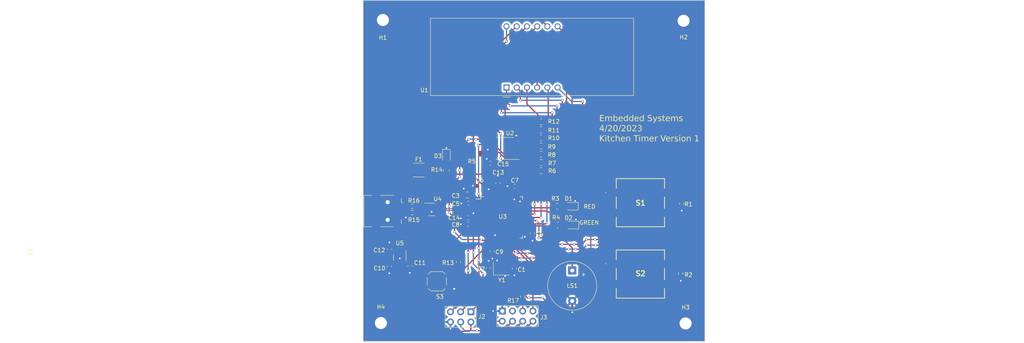
<source format=kicad_pcb>
(kicad_pcb (version 20221018) (generator pcbnew)
  (layers (0 "F.Cu" signal) (31 "B.Cu" signal) (34 "B.Paste" user) (35 "F.Paste" user) (36 "B.SilkS" user "B.Silkscreen") (37 "F.SilkS" user "F.Silkscreen") (38 "B.Mask" user) (39 "F.Mask" user) (44 "Edge.Cuts" user))
  (net 0 "")
  (net 1 "XATL1")
  (net 2 "GND")
  (net 3 "XATL2")
  (net 4 "+5V")
  (net 5 "Net-(U5-BP)")
  (net 6 "+3.3V")
  (net 7 "/AREF")
  (net 8 "/UCAP")
  (net 9 "Net-(D1-A)")
  (net 10 "Net-(D2-A)")
  (net 11 "Net-(D3-A)")
  (net 12 "Net-(J1-VBUS)")
  (net 13 "Net-(J1-D-)")
  (net 14 "Net-(J1-D+)")
  (net 17 "MISO")
  (net 18 "SCK")
  (net 19 "MOSI")
  (net 20 "RST")
  (net 21 "TX")
  (net 23 "Net-(J3-Pin_5)")
  (net 24 "RX")
  (net 25 "Buzzer")
  (net 26 "Button_1")
  (net 27 "Button_2")
  (net 28 "RED_LED")
  (net 29 "GREEN_LED")
  (net 30 "a")
  (net 31 "Net-(U1-a)")
  (net 32 "b")
  (net 33 "Net-(U1-b)")
  (net 34 "c")
  (net 35 "Net-(U1-c)")
  (net 36 "d")
  (net 37 "Net-(U1-d)")
  (net 38 "e")
  (net 39 "Net-(U1-e)")
  (net 40 "f")
  (net 41 "Net-(U1-f)")
  (net 42 "g")
  (net 43 "Net-(U1-g)")
  (net 44 "dp")
  (net 45 "Net-(U1-DPX)")
  (net 46 "USB_CONN_D+")
  (net 47 "USB_CONN_D-")
  (net 50 "Dig4")
  (net 51 "Dig3")
  (net 52 "Dig2")
  (net 53 "Dig1")
  (net 55 "SH_CP")
  (net 56 "ST_CP")
  (net 57 "DS")
  (net 58 "USB_D-")
  (net 59 "USB_D+")
  (footprint "Capacitor_SMD:C_0603_1608Metric" (layer "F.Cu") (at 113.5 108.3 -90)
    (fp_text reference "C10")
    (fp_text value "10nF")
  )
  (footprint "Connector_PinSocket_2.54mm:PinSocket_2x04_P2.54mm_Vertical" (layer "F.Cu") (at 141.6 119.41 90)
    (fp_text reference "J3")
    (fp_text value "ESP_Conn")
  )
  (footprint "Capacitor_SMD:C_0603_1608Metric" (layer "F.Cu") (at 144.7 88.3 180)
    (fp_text reference "C7")
    (fp_text value "0.1uF")
  )
  (footprint "Resistor_SMD:R_0603_1608Metric" (layer "F.Cu") (at 186.19 92.68 -90)
    (fp_text reference "R1")
    (fp_text value "10k")
  )
  (footprint "Resistor_SMD:R_0603_1608Metric" (layer "F.Cu") (at 119.2 94.9)
    (fp_text reference "R15")
    (fp_text value "22")
  )
  (footprint "Buzzer_Beeper:Buzzer_12x9.5RM7.6" (layer "F.Cu") (at 159 109.3 -90)
    (fp_text reference "LS1")
    (fp_text value "Speaker")
  )
  (footprint "Capacitor_SMD:C_0603_1608Metric" (layer "F.Cu") (at 144.6 108.85 -90)
    (fp_text reference "C1")
    (fp_text value "22pF")
  )
  (footprint "Connector_USB:USB_Mini-B_Lumberg_2486_01_Horizontal" (layer "F.Cu") (at 113.075 94.5 -90)
    (fp_text reference "J1")
    (fp_text value "USB_B_Mini")
  )
  (footprint "Resistor_SMD:R_0805_2012Metric" (layer "F.Cu") (at 151.25 76.25)
    (fp_text reference "R10")
    (fp_text value "100")
  )
  (footprint "Capacitor_SMD:C_0805_2012Metric" (layer "F.Cu") (at 132.9 90.5 180)
    (fp_text reference "C3")
    (fp_text value "10uF")
  )
  (footprint "Resistor_SMD:R_0603_1608Metric" (layer "F.Cu") (at 146.7 115.8 -90)
    (fp_text reference "R17")
    (fp_text value "10k")
  )
  (footprint "PTS526_SMD_Button:PTS526_SMD_Button" (layer "F.Cu") (at 125.3 112 180)
    (fp_text reference "S3")
    (fp_text value "PTS526_SM08_SMTR2_LFS")
  )
  (footprint "Capacitor_SMD:C_0603_1608Metric" (layer "F.Cu") (at 133.13 96.2 180)
    (fp_text reference "C14")
    (fp_text value "0.1uF")
  )
  (footprint "Package_TO_SOT_SMD:SOT-23-5" (layer "F.Cu") (at 116.1 106.1 -90)
    (fp_text reference "U5")
    (fp_text value "LP2985-3.3")
  )
  (footprint "Resistor_SMD:R_0805_2012Metric" (layer "F.Cu") (at 151.25 84.45)
    (fp_text reference "R6")
    (fp_text value "100")
  )
  (footprint "Resistor_SMD:R_0805_2012Metric" (layer "F.Cu") (at 151.25 74.25)
    (fp_text reference "R11")
    (fp_text value "100")
  )
  (footprint "PTS125_SMD_Button:PTS125_SMD_Button" (layer "F.Cu") (at 175.95 110.2)
    (fp_text reference "S2")
    (fp_text value "PTS125SM43SMTR21M_LFS" hide)
  )
  (footprint "PTS125_SMD_Button:PTS125_SMD_Button" (layer "F.Cu") (at 175.95 92.42)
    (fp_text reference "S1")
    (fp_text value "PTS125SM43SMTR21M_LFS" hide)
  )
  (footprint "Package_QFP:TQFP-44_10x10mm_P0.8mm" (layer "F.Cu") (at 141.45 96.1)
    (fp_text reference "U3")
    (fp_text value "ATmega32U4-A")
  )
  (footprint "Package_TO_SOT_SMD:SOT-23-6" (layer "F.Cu") (at 124.05 94.1)
    (fp_text reference "U4")
    (fp_text value "USBLC6-2SC6")
  )
  (footprint "MountingHole:MountingHole_3mm" (layer "F.Cu") (at 187.2 122.5)
    (fp_text reference "H3")
    (fp_text value "MountingHole")
  )
  (footprint "Capacitor_SMD:C_0603_1608Metric" (layer "F.Cu") (at 118.65 108.175 -90)
    (fp_text reference "C11")
    (fp_text value "2.2uF")
  )
  (footprint "Capacitor_SMD:C_0603_1608Metric" (layer "F.Cu") (at 149.1 100.1 -90)
    (fp_text reference "C4")
    (fp_text value "0.1uF")
  )
  (footprint "Crystal:Crystal_SMD_Abracon_ABM8G-4Pin_3.2x2.5mm" (layer "F.Cu") (at 141.4 108.8)
    (fp_text reference "Y1")
    (fp_text value "16kHz")
  )
  (footprint "Resistor_SMD:R_0805_2012Metric" (layer "F.Cu") (at 151.25 78.3)
    (fp_text reference "R9")
    (fp_text value "100")
  )
  (footprint "Display_7Segment:CA56-12EWA" (layer "F.Cu") (at 142.65 63.7275 90)
    (fp_text reference "U1")
    (fp_text value "CA56-12EWA")
  )
  (footprint "Capacitor_SMD:C_0603_1608Metric" (layer "F.Cu") (at 139.1 104.525 -90)
    (fp_text reference "C9")
    (fp_text value "0.1uF")
  )
  (footprint "Capacitor_SMD:C_0603_1608Metric" (layer "F.Cu") (at 140.53 87.54 90)
    (fp_text reference "C13")
    (fp_text value "1uF")
  )
  (footprint "LED_SMD:LED_0805_2012Metric" (layer "F.Cu") (at 158.8 93.3 180)
    (fp_text reference "D1")
    (fp_text value "LED")
  )
  (footprint "Capacitor_SMD:C_0603_1608Metric" (layer "F.Cu") (at 138.6 82.6 180)
    (fp_text reference "C15")
    (fp_text value "0.1uF")
  )
  (footprint "Resistor_SMD:R_0805_2012Metric" (layer "F.Cu") (at 155.3875 98)
    (fp_text reference "R4")
    (fp_text value "330")
  )
  (footprint "MountingHole:MountingHole_3mm" (layer "F.Cu") (at 111.9 46.9)
    (fp_text reference "H1")
    (fp_text value "MountingHole")
  )
  (footprint "Resistor_SMD:R_0805_2012Metric" (layer "F.Cu") (at 151.25 82.4)
    (fp_text reference "R7")
    (fp_text value "100")
  )
  (footprint "Capacitor_SMD:C_0603_1608Metric" (layer "F.Cu") (at 136.13 88.24 180)
    (fp_text reference "C6")
    (fp_text value "0.1uF")
  )
  (footprint "Capacitor_SMD:C_0603_1608Metric" (layer "F.Cu") (at 133.125 97.8 180)
    (fp_text reference "C8")
    (fp_text value "0.1uF")
  )
  (footprint "LED_SMD:LED_0805_2012Metric" (layer "F.Cu") (at 127.7 80.85 -90)
    (fp_text reference "D3")
    (fp_text value "LED")
  )
  (footprint "Connector_PinHeader_2.54mm:PinHeader_2x03_P2.54mm_Vertical" (layer "F.Cu") (at 133.79 119.6 -90)
    (fp_text reference "J2")
    (fp_text value "AVR-ISP-6")
  )
  (footprint "Fuse:Fuse_1812_4532Metric" (layer "F.Cu") (at 120.8 84.3)
    (fp_text reference "F1")
    (fp_text value "PTCSMP")
  )
  (footprint "LED_SMD:LED_0805_2012Metric" (layer "F.Cu") (at 158.9375 98 180)
    (fp_text reference "D2")
    (fp_text value "LED")
  )
  (footprint "Resistor_SMD:R_0603_1608Metric" (layer "F.Cu") (at 119.2 93.3)
    (fp_text reference "R16")
    (fp_text value "22")
  )
  (footprint "Capacitor_SMD:C_0603_1608Metric" (layer "F.Cu") (at 133.15 92.55 180)
    (fp_text reference "C5")
    (fp_text value "0.1uF")
  )
  (footprint "Capacitor_SMD:C_0603_1608Metric" (layer "F.Cu") (at 113.55 104 90)
    (fp_text reference "C12")
    (fp_text value "1uF")
  )
  (footprint "Resistor_SMD:R_0805_2012Metric" (layer "F.Cu") (at 135.3 80.2 180)
    (fp_text reference "R5")
    (fp_text value "100")
  )
  (footprint "MountingHole:MountingHole_3mm" (layer "F.Cu") (at 111.4 122.4)
    (fp_text reference "H4")
    (fp_text value "MountingHole")
  )
  (footprint "Resistor_SMD:R_0805_2012Metric" (layer "F.Cu") (at 151.25 80.35)
    (fp_text reference "R8")
    (fp_text value "100")
  )
  (footprint "Package_SO:TSSOP-16_4.4x5mm_P0.65mm" (layer "F.Cu") (at 142.25 78.9 180)
    (fp_text reference "U2")
    (fp_text value "74HC595")
  )
  (footprint "Resistor_SMD:R_0805_2012Metric" (layer "F.Cu") (at 155.25 93.3)
    (fp_text reference "R3")
    (fp_text value "330")
  )
  (footprint "Resistor_SMD:R_0603_1608Metric" (layer "F.Cu") (at 185.99 110.08 -90)
    (fp_text reference "R2")
    (fp_text value "10k")
  )
  (footprint "MountingHole:MountingHole_3mm" (layer "F.Cu") (at 186.7 47.1)
    (fp_text reference "H2")
    (fp_text value "MountingHole")
  )
  (footprint "Resistor_SMD:R_0805_2012Metric" (layer "F.Cu") (at 151.25 72.25)
    (fp_text reference "R12")
    (fp_text value "100")
  )
  (footprint "Resistor_SMD:R_0603_1608Metric" (layer "F.Cu") (at 130.7 107.2 -90)
    (fp_text reference "R13")
    (fp_text value "10k")
  )
  (footprint "Capacitor_SMD:C_0603_1608Metric" (layer "F.Cu") (at 138.15 108.7 90)
    (fp_text reference "C2")
    (fp_text value "22pF")
  )
  (footprint "Resistor_SMD:R_0805_2012Metric" (layer "F.Cu") (at 127.7 84.4 90)
    (fp_text reference "R14")
    (fp_text value "330")
  )
  (gr_rect (start 107 42) (end 192 127) (stroke (width 0.15)) (fill none) (layer "Edge.Cuts"))
  (gr_text "Embedded Systems\n4/20/2023\nKitchen Timer Version 1" (at 165.7 77.4) (layer "F.SilkS") (effects (font (size 1.5 1.5)) (justify left bottom)))
  (segment (start 142.5 106.3) (end 141.45 105.25) (width 0.2032) (layer "F.Cu") (net 1))
  (segment (start 142.5 107.95) (end 142.5 106.3) (width 0.2032) (layer "F.Cu") (net 1))
  (segment (start 141.45 105.25) (end 141.45 101.8) (width 0.2032) (layer "F.Cu") (net 1))
  (segment (start 144.6 108.075) (end 144.475 107.95) (width 0.2032) (layer "F.Cu") (net 1))
  (segment (start 144.475 107.95) (end 142.5 107.95) (width 0.2032) (layer "F.Cu") (net 1))
  (segment (start 118.65 109.85) (end 118.6 109.9) (width 0.508) (layer "F.Cu") (net 2))
  (segment (start 147.2 100.9) (end 147.2 100.15) (width 0.508) (layer "F.Cu") (net 2))
  (segment (start 138.025 79.225) (end 138 79.2) (width 0.3048) (layer "F.Cu") (net 2))
  (segment (start 145.1 76.6125) (end 145.1085 76.621) (width 0.508) (layer "F.Cu") (net 2))
  (segment (start 117.6 96.1) (end 115.775 96.1) (width 0.508) (layer "F.Cu") (net 2))
  (segment (start 186.19 94.33) (end 186.24 94.38) (width 0.508) (layer "F.Cu") (net 2))
  (segment (start 116.1 104.9625) (end 116.1 106.3) (width 0.508) (layer "F.Cu") (net 2))
  (segment (start 129.5625 113.9) (end 128.35 113.9) (width 0.508) (layer "F.Cu") (net 2))
  (segment (start 138.15 106.95) (end 138.2 106.9) (width 0.508) (layer "F.Cu") (net 2))
  (segment (start 138.2 89.1) (end 138.2 90.35) (width 0.508) (layer "F.Cu") (net 2))
  (segment (start 131.4 92.6) (end 132.325 92.6) (width 0.508) (layer "F.Cu") (net 2))
  (segment (start 124.029 94.677175) (end 124.038451 94.686626) (width 0.508) (layer "F.Cu") (net 2))
  (segment (start 139.3875 79.225) (end 138.025 79.225) (width 0.3048) (layer "F.Cu") (net 2))
  (segment (start 134.34 88.24) (end 134.3 88.2) (width 0.508) (layer "F.Cu") (net 2))
  (segment (start 137.8 82.6) (end 137.8 81.6) (width 0.508) (layer "F.Cu") (net 2))
  (segment (start 113.5 109.075) (end 113.5 110) (width 0.508) (layer "F.Cu") (net 2))
  (segment (start 140.3 107.95) (end 140.3 106.8) (width 0.508) (layer "F.Cu") (net 2))
  (segment (start 144.65 91.55) (end 144.6 91.6) (width 0.508) (layer "F.Cu") (net 2))
  (segment (start 142.5 109.65) (end 142.5 110.5) (width 0.508) (layer "F.Cu") (net 2))
  (segment (start 137.825 82.6) (end 137.8 82.6) (width 0.508) (layer "F.Cu") (net 2))
  (segment (start 132.355 96.2) (end 131.4 96.2) (width 0.508) (layer "F.Cu") (net 2))
  (segment (start 128.35 113.9) (end 128.3 113.85) (width 0.508) (layer "F.Cu") (net 2))
  (segment (start 145.1085 76.621) (end 145.1125 76.621) (width 0.508) (layer "F.Cu") (net 2))
  (segment (start 137.8 81.6) (end 137.7 81.5) (width 0.508) (layer "F.Cu") (net 2))
  (segment (start 134.644731 95.3) (end 134.400684 95.055953) (width 0.508) (layer "F.Cu") (net 2))
  (segment (start 127.7 78.8) (end 127.7 79.9125) (width 0.508) (layer "F.Cu") (net 2))
  (segment (start 144.65 90.4) (end 144.65 91.55) (width 0.508) (layer "F.Cu") (net 2))
  (segment (start 122.9125 94.1) (end 123.479185 94.1) (width 0.508) (layer "F.Cu") (net 2))
  (segment (start 138.15 107.925) (end 138.15 106.95) (width 0.508) (layer "F.Cu") (net 2))
  (segment (start 141.6 119.41) (end 139.31 119.41) (width 0.508) (layer "F.Cu") (net 2))
  (segment (start 135.355 88.24) (end 134.34 88.24) (width 0.508) (layer "F.Cu") (net 2))
  (segment (start 132.325 92.6) (end 132.375 92.55) (width 0.508) (layer "F.Cu") (net 2))
  (segment (start 128.71 123.8) (end 128.71 122.14) (width 0.508) (layer "F.Cu") (net 2))
  (segment (start 124.029 94.649815) (end 124.029 94.677175) (width 0.508) (layer "F.Cu") (net 2))
  (segment (start 159.875 96.625) (end 159.9 96.6) (width 0.508) (layer "F.Cu") (net 2))
  (segment (start 186.19 93.505) (end 186.19 94.33) (width 0.508) (layer "F.Cu") (net 2))
  (segment (start 123.479185 94.1) (end 124.029 94.649815) (width 0.508) (layer "F.Cu") (net 2))
  (segment (start 135.75 95.3) (end 134.644731 95.3) (width 0.508) (layer "F.Cu") (net 2))
  (segment (start 131.4 96.2) (end 131.3 96.3) (width 0.508) (layer "F.Cu") (net 2))
  (segment (start 159 116.9) (end 159 119.7) (width 0.508) (layer "F.Cu") (net 2))
  (segment (start 139.8 101.75) (end 139.85 101.8) (width 0.508) (layer "F.Cu") (net 2))
  (segment (start 159.7375 91.9625) (end 159.7375 93.3) (width 0.508) (layer "F.Cu") (net 2))
  (segment (start 140.53 86.765) (end 140.53 85.73) (width 0.508) (layer "F.Cu") (net 2))
  (segment (start 139.13 106.33) (end 139.13 105.015) (width 0.508) (layer "F.Cu") (net 2))
  (segment (start 147.2 100.15) (end 147.15 100.1) (width 0.508) (layer "F.Cu") (net 2))
  (segment (start 143.925 88.3) (end 142.9 88.3) (width 0.508) (layer "F.Cu") (net 2))
  (segment (start 149.1 101.9) (end 149.1 100.875) (width 0.508) (layer "F.Cu") (net 2))
  (segment (start 139.8 100.5) (end 139.8 101.75) (width 0.508) (layer "F.Cu") (net 2))
  (segment (start 139.31 119.41) (end 139.3 119.4) (width 0.508) (layer "F.Cu") (net 2))
  (segment (start 147.15 92.1) (end 146 92.1) (width 0.508) (layer "F.Cu") (net 2))
  (segment (start 144.6 109.625) (end 144.6 110.5) (width 0.508) (layer "F.Cu") (net 2))
  (segment (start 185.99 110.905) (end 185.99 111.88) (width 0.508) (layer "F.Cu") (net 2))
  (segment (start 131.95 88.95) (end 131.95 90.5) (width 0.508) (layer "F.Cu") (net 2))
  (segment (start 159.875 98) (end 159.875 96.625) (width 0.508) (layer "F.Cu") (net 2))
  (segment (start 140.53 85.73) (end 140.5 85.7) (width 0.508) (layer "F.Cu") (net 2))
  (segment (start 138.2 90.35) (end 138.25 90.4) (width 0.508) (layer "F.Cu") (net 2))
  (segment (start 142.5 110.5) (end 142.3 110.7) (width 0.508) (layer "F.Cu") (net 2))
  (segment (start 118.65 108.95) (end 118.65 109.85) (width 0.508) (layer "F.Cu") (net 2))
  (segment (start 132 88.9) (end 131.95 88.95) (width 0.508) (layer "F.Cu") (net 2))
  (segment (start 132.35 97.8) (end 131.3 97.8) (width 0.508) (layer "F.Cu") (net 2))
  (segment (start 113.55 102.35) (end 113.5 102.3) (width 0.508) (layer "F.Cu") (net 2))
  (segment (start 113.55 103.225) (end 113.55 102.35) (width 0.508) (layer "F.Cu") (net 2))
  (segment (start 145.1 75.7) (end 145.1 76.6125) (width 0.508) (layer "F.Cu") (net 2))
  (via (at 131.4 92.6) (size 0.6) (drill 0.4) (layers "F.Cu" "B.Cu") (net 2))
  (via (at 116.1 106.3) (size 0.6) (drill 0.4) (layers "F.Cu" "B.Cu") (net 2))
  (via (at 159.7375 91.9625) (size 0.6) (drill 0.4) (layers "F.Cu" "B.Cu") (net 2))
  (via (at 147.2 100.9) (size 0.6) (drill 0.4) (layers "F.Cu" "B.Cu") (net 2))
  (via (at 137.7 81.5) (size 0.6) (drill 0.4) (layers "F.Cu" "B.Cu") (net 2))
  (via (at 128.71 123.8) (size 0.6) (drill 0.4) (layers "F.Cu" "B.Cu") (net 2))
  (via (at 139.8 100.5) (size 0.6) (drill 0.4) (layers "F.Cu" "B.Cu") (net 2))
  (via (at 138.2 106.9) (size 0.6) (drill 0.4) (layers "F.Cu" "B.Cu") (net 2))
  (via (at 139.3 119.4) (size 0.6) (drill 0.4) (layers "F.Cu" "B.Cu") (net 2))
  (via (at 140.3 106.8) (size 0.6) (drill 0.4) (layers "F.Cu" "B.Cu") (net 2))
  (via (at 140.5 85.7) (size 0.6) (drill 0.4) (layers "F.Cu" "B.Cu") (net 2))
  (via (at 129.5625 113.9) (size 0.6) (drill 0.4) (layers "F.Cu" "B.Cu") (net 2))
  (via (at 131.3 97.8) (size 0.6) (drill 0.4) (layers "F.Cu" "B.Cu") (net 2))
  (via (at 144.6 91.6) (size 0.6) (drill 0.4) (layers "F.Cu" "B.Cu") (net 2))
  (via (at 185.99 111.88) (size 0.6) (drill 0.4) (layers "F.Cu" "B.Cu") (net 2))
  (via (at 149.1 101.9) (size 0.6) (drill 0.4) (layers "F.Cu" "B.Cu") (net 2))
  (via (at 159.9 96.6) (size 0.6) (drill 0.4) (layers "F.Cu" "B.Cu") (net 2))
  (via (at 139.13 106.33) (size 0.6) (drill 0.4) (layers "F.Cu" "B.Cu") (net 2))
  (via (at 142.9 88.3) (size 0.6) (drill 0.4) (layers "F.Cu" "B.Cu") (net 2))
  (via (at 117.6 96.1) (size 0.6) (drill 0.4) (layers "F.Cu" "B.Cu") (net 2))
  (via (at 159 119.7) (size 0.6) (drill 0.4) (layers "F.Cu" "B.Cu") (net 2))
  (via (at 186.24 94.38) (size 0.6) (drill 0.4) (layers "F.Cu" "B.Cu") (net 2))
  (via (at 138 79.2) (size 0.6) (drill 0.4) (layers "F.Cu" "B.Cu") (net 2))
  (via (at 118.6 109.9) (size 0.6) (drill 0.4) (layers "F.Cu" "B.Cu") (net 2))
  (via (at 134.400684 95.055953) (size 0.6) (drill 0.4) (layers "F.Cu" "B.Cu") (net 2))
  (via (at 138.2 89.1) (size 0.6) (drill 0.4) (layers "F.Cu" "B.Cu") (net 2))
  (via (at 144.6 110.5) (size 0.6) (drill 0.4) (layers "F.Cu" "B.Cu") (net 2))
  (via (at 131.3 96.3) (size 0.6) (drill 0.4) (layers "F.Cu" "B.Cu") (net 2))
  (via (at 146 92.1) (size 0.6) (drill 0.4) (layers "F.Cu" "B.Cu") (net 2))
  (via (at 124.038451 94.686626) (size 0.6) (drill 0.4) (layers "F.Cu" "B.Cu") (net 2))
  (via (at 145.1 75.7) (size 0.6) (drill 0.4) (layers "F.Cu" "B.Cu") (net 2))
  (via (at 127.7 78.8) (size 0.6) (drill 0.4) (layers "F.Cu" "B.Cu") (net 2))
  (via (at 113.5 102.3) (size 0.6) (drill 0.4) (layers "F.Cu" "B.Cu") (net 2))
  (via (at 134.3 88.2) (size 0.6) (drill 0.4) (layers "F.Cu" "B.Cu") (net 2))
  (via (at 142.3 110.7) (size 0.6) (drill 0.4) (layers "F.Cu" "B.Cu") (net 2))
  (via (at 132 88.9) (size 0.6) (drill 0.4) (layers "F.Cu" "B.Cu") (net 2))
  (via (at 113.5 110) (size 0.6) (drill 0.4) (layers "F.Cu" "B.Cu") (net 2))
  (segment (start 138.325 109.65) (end 138.15 109.475) (width 0.2032) (layer "F.Cu") (net 3))
  (segment (start 140.65 101.8) (end 140.65 105.45) (width 0.2032) (layer "F.Cu") (net 3))
  (segment (start 141.4 106.2) (end 141.4 109.3) (width 0.2032) (layer "F.Cu") (net 3))
  (segment (start 140.3 109.65) (end 138.325 109.65) (width 0.2032) (layer "F.Cu") (net 3))
  (segment (start 141.4 109.3) (end 141.05 109.65) (width 0.2032) (layer "F.Cu") (net 3))
  (segment (start 141.05 109.65) (end 140.3 109.65) (width 0.2032) (layer "F.Cu") (net 3))
  (segment (start 140.65 105.45) (end 141.4 106.2) (width 0.2032) (layer "F.Cu") (net 3))
  (segment (start 136.8048 96.9) (end 137.45 96.2548) (width 0.3048) (layer "F.Cu") (net 4))
  (segment (start 145.3476 98.7476) (end 137.4976 98.7476) (width 0.3048) (layer "F.Cu") (net 4))
  (segment (start 139.3875 77.275) (end 136.575 77.275) (width 0.3048) (layer "F.Cu") (net 4))
  (segment (start 134.275 92.9) (end 135.75 92.9) (width 0.3048) (layer "F.Cu") (net 4))
  (segment (start 139.375 82.6) (end 136.6625 85.3125) (width 0.3048) (layer "F.Cu") (net 4))
  (segment (start 145.45 90.4) (end 145.3476 90.5024) (width 0.3048) (layer "F.Cu") (net 4))
  (segment (start 124 93.7) (end 124.4 94.1) (width 0.3048) (layer "F.Cu") (net 4))
  (segment (start 137.45 96.2548) (end 137.45 98.7) (width 0.3048) (layer "F.Cu") (net 4))
  (segment (start 145.45 88.55) (end 145.45 90.4) (width 0.3048) (layer "F.Cu") (net 4))
  (segment (start 120.9 104.9625) (end 120.9 119.9) (width 0.3048) (layer "F.Cu") (net 4))
  (segment (start 136.7032 92.8968) (end 136.7032 92.9) (width 0.3048) (layer "F.Cu") (net 4))
  (segment (start 120.9 119.9) (end 125.4524 124.4524) (width 0.3048) (layer "F.Cu") (net 4))
  (segment (start 136.7032 92.9) (end 135.75 92.9) (width 0.3048) (layer "F.Cu") (net 4))
  (segment (start 137.45 90.4) (end 137.45 92.15) (width 0.3048) (layer "F.Cu") (net 4))
  (segment (start 123.95 85.3125) (end 124.2 85.3125) (width 0.3048) (layer "F.Cu") (net 4))
  (segment (start 139.375 82.6) (end 139.375 81.1875) (width 0.3048) (layer "F.Cu") (net 4))
  (segment (start 116.5 103.5) (end 115.8 103.5) (width 0.3048) (layer "F.Cu") (net 4))
  (segment (start 126.7375 104.9625) (end 129.2875 104.9625) (width 0.3048) (layer "F.Cu") (net 4))
  (segment (start 113.55 104.775) (end 114.9625 104.775) (width 0.3048) (layer "F.Cu") (net 4))
  (segment (start 129.2875 104.9625) (end 130.7 106.375) (width 0.3048) (layer "F.Cu") (net 4))
  (segment (start 135.75 96.9) (end 136.8048 96.9) (width 0.3048) (layer "F.Cu") (net 4))
  (segment (start 137.45 98.7) (end 137.45 99.45) (width 0.3048) (layer "F.Cu") (net 4))
  (segment (start 147.175 99.325) (end 147.15 99.3) (width 0.254) (layer "F.Cu") (net 4))
  (segment (start 117.05 104.05) (end 116.5 103.5) (width 0.3048) (layer "F.Cu") (net 4))
  (segment (start 134.2325 85.5675) (end 133.9775 85.3125) (width 0.3048) (layer "F.Cu") (net 4))
  (segment (start 132.6 83.935) (end 134.2325 85.5675) (width 0.3048) (layer "F.Cu") (net 4))
  (segment (start 133.925 92.55) (end 134.275 92.9) (width 0.3048) (layer "F.Cu") (net 4))
  (segment (start 133.9775 85.3125) (end 127.7 85.3125) (width 0.3048) (layer "F.Cu") (net 4))
  (segment (start 133.3476 124.4524) (end 133.8 124) (width 0.3048) (layer "F.Cu") (net 4))
  (segment (start 139.05 101.8) (end 139.05 101.05) (width 0.3048) (layer "F.Cu") (net 4))
  (segment (start 139.1 101.85) (end 139.05 101.8) (width 0.3048) (layer "F.Cu") (net 4))
  (segment (start 117.05 104.9625) (end 117.05 104.05) (width 0.3048) (layer "F.Cu") (net 4))
  (segment (start 134.8 96.9) (end 135.75 96.9) (width 0.3048) (layer "F.Cu") (net 4))
  (segment (start 133.85 92.475) (end 133.925 92.55) (width 0.3048) (layer "F.Cu") (net 4))
  (segment (start 124.4 94.1) (end 125.1875 94.1) (width 0.3048) (layer "F.Cu") (net 4))
  (segment (start 120.9 104.9625) (end 117.05 104.9625) (width 0.3048) (layer "F.Cu") (net 4))
  (segment (start 136.575 77.275) (end 135.9 76.6) (width 0.3048) (layer "F.Cu") (net 4))
  (segment (start 122.9375 84.3) (end 123.95 85.3125) (width 0.3048) (layer "F.Cu") (net 4))
  (segment (start 137.4976 98.7476) (end 137.45 98.7) (width 0.3048) (layer "F.Cu") (net 4))
  (segment (start 133.9 97.8) (end 134.8 96.9) (width 0.3048) (layer "F.Cu") (net 4))
  (segment (start 149.1 99.325) (end 147.175 99.325) (width 0.254) (layer "F.Cu") (net 4))
  (segment (start 133.79 123.99) (end 133.79 122.14) (width 0.3048) (layer "F.Cu") (net 4))
  (segment (start 136.6625 85.3125) (end 133.9775 85.3125) (width 0.3048) (layer "F.Cu") (net 4))
  (segment (start 133.9 97.8) (end 126.7375 104.9625) (width 0.3048) (layer "F.Cu") (net 4))
  (segment (start 135.9 76.6) (end 135.0394 76.6) (width 0.3048) (layer "F.Cu") (net 4))
  (segment (start 132.6 77.3) (end 132.6 83.935) (width 0.3048) (layer "F.Cu") (net 4))
  (segment (start 139.13 101.88) (end 139.05 101.8) (width 0.3048) (layer "F.Cu") (net 4))
  (segment (start 115.8 103.5) (end 115.15 104.15) (width 0.3048) (layer "F.Cu") (net 4))
  (segment (start 168.8 94.92) (end 163.62 100.1) (width 0.254) (layer "F.Cu") (net 4))
  (segment (start 125.4524 124.4524) (end 133.3476 124.4524) (width 0.3048) (layer "F.Cu") (net 4))
  (segment (start 115.15 104.15) (end 115.15 104.9625) (width 0.3048) (layer "F.Cu") (net 4))
  (segment (start 163.62 100.1) (end 149.875 100.1) (width 0.254) (layer "F.Cu") (net 4))
  (segment (start 133.3 76.6) (end 132.6 77.3) (width 0.3048) (layer "F.Cu") (net 4))
  (segment (start 124.2 85.3125) (end 124 85.5125) (width 0.3048) (layer "F.Cu") (net 4))
  (segment (start 139.05 101.05) (end 137.45 99.45) (width 0.3048) (layer "F.Cu") (net 4))
  (segment (start 145.3476 90.5024) (end 145.3476 98.7476) (width 0.3048) (layer "F.Cu") (net 4))
  (segment (start 163.62 100.1) (end 163.62 107.52) (width 0.254) (layer "F.Cu") (net 4))
  (segment (start 114.9625 104.775) (end 115.15 104.9625) (width 0.3048) (layer "F.Cu") (net 4))
  (segment (start 133.85 90.5) (end 133.85 92.475) (width 0.3048) (layer "F.Cu") (net 4))
  (segment (start 136.905 88.24) (end 134.2325 85.5675) (width 0.3048) (layer "F.Cu") (net 4))
  (segment (start 139.1 103.75) (end 139.1 101.85) (width 0.3048) (layer "F.Cu") (net 4))
  (segment (start 133.8 124) (end 133.79 123.99) (width 0.3048) (layer "F.Cu") (net 4))
  (segment (start 139.375 81.1875) (end 139.3875 81.175) (width 0.3048) (layer "F.Cu") (net 4))
  (segment (start 126.7375 104.9625) (end 120.9 104.9625) (width 0.3048) (layer "F.Cu") (net 4))
  (segment (start 124 85.5125) (end 124 93.7) (width 0.3048) (layer "F.Cu") (net 4))
  (segment (start 137.45 92.15) (end 136.7032 92.8968) (width 0.3048) (layer "F.Cu") (net 4))
  (segment (start 149.875 100.1) (end 149.1 99.325) (width 0.254) (layer "F.Cu") (net 4))
  (segment (start 137.45 88.785) (end 137.45 90.4) (width 0.3048) (layer "F.Cu") (net 4))
  (segment (start 136.905 88.24) (end 137.45 88.785) (width 0.3048) (layer "F.Cu") (net 4))
  (segment (start 163.62 107.52) (end 168.8 112.7) (width 0.254) (layer "F.Cu") (net 4))
  (segment (start 124.2 85.3125) (end 127.7 85.3125) (width 0.3048) (layer "F.Cu") (net 4))
  (segment (start 145.9 99.3) (end 147.15 99.3) (width 0.3048) (layer "F.Cu") (net 4))
  (segment (start 137.45 96.2548) (end 137.45 92.15) (width 0.3048) (layer "F.Cu") (net 4))
  (segment (start 145.3476 98.7476) (end 145.9 99.3) (width 0.3048) (layer "F.Cu") (net 4))
  (via (at 135.0394 76.6) (size 0.6) (drill 0.4) (layers "F.Cu" "B.Cu") (net 4))
  (via (at 133.3 76.6) (size 0.6) (drill 0.4) (layers "F.Cu" "B.Cu") (net 4))
  (segment (start 135.0394 76.6) (end 133.3 76.6) (width 0.3048) (layer "B.Cu") (net 4))
  (segment (start 114.8625 107.525) (end 115.15 107.2375) (width 0.2032) (layer "F.Cu") (net 5))
  (segment (start 113.5 107.525) (end 114.8625 107.525) (width 0.2032) (layer "F.Cu") (net 5))
  (segment (start 140.99 125.1) (end 144.14 121.95) (width 0.3048) (layer "F.Cu") (net 6))
  (segment (start 125 125.1) (end 133.496104 125.1) (width 0.3048) (layer "F.Cu") (net 6))
  (segment (start 153.5 118) (end 151.6 116.1) (width 0.3048) (layer "F.Cu") (net 6))
  (segment (start 153.5 122.9) (end 153.5 118) (width 0.3048) (layer "F.Cu") (net 6))
  (segment (start 146.68 121.95) (end 143.53 125.1) (width 0.3048) (layer "F.Cu") (net 6))
  (segment (start 118.65 107.4) (end 120.2 108.95) (width 0.3048) (layer "F.Cu") (net 6))
  (segment (start 149.22 121.95) (end 146.07 125.1) (width 0.3048) (layer "F.Cu") (net 6))
  (segment (start 117.2125 107.4) (end 117.05 107.2375) (width 0.3048) (layer "F.Cu") (net 6))
  (segment (start 146.07 125.1) (end 143.53 125.1) (width 0.3048) (layer "F.Cu") (net 6))
  (segment (start 146.07 125.1) (end 151.3 125.1) (width 0.3048) (layer "F.Cu") (net 6))
  (segment (start 120.2 120.3) (end 125 125.1) (width 0.3048) (layer "F.Cu") (net 6))
  (segment (start 143.53 125.1) (end 140.99 125.1) (width 0.3048) (layer "F.Cu") (net 6))
  (segment (start 140.9852 125.1048) (end 140.99 125.1) (width 0.3048) (layer "F.Cu") (net 6))
  (segment (start 147.825 116.1) (end 146.7 114.975) (width 0.3048) (layer "F.Cu") (net 6))
  (segment (start 148.2 116.1) (end 147.825 116.1) (width 0.3048) (layer "F.Cu") (net 6))
  (segment (start 133.500905 125.1048) (end 140.9852 125.1048) (width 0.3048) (layer "F.Cu") (net 6))
  (segment (start 151.3 125.1) (end 153.5 122.9) (width 0.3048) (layer "F.Cu") (net 6))
  (segment (start 133.496104 125.1) (end 133.500905 125.1048) (width 0.3048) (layer "F.Cu") (net 6))
  (segment (start 120.2 108.95) (end 120.2 120.3) (width 0.3048) (layer "F.Cu") (net 6))
  (segment (start 118.65 107.4) (end 117.2125 107.4) (width 0.3048) (layer "F.Cu") (net 6))
  (via (at 148.2 116.1) (size 0.6) (drill 0.4) (layers "F.Cu" "B.Cu") (net 6))
  (via (at 151.6 116.1) (size 0.6) (drill 0.4) (layers "F.Cu" "B.Cu") (net 6))
  (segment (start 151.6 116.1) (end 148.2 116.1) (width 0.3048) (layer "B.Cu") (net 6))
  (segment (start 139.05 89.5718) (end 139.05 90.4) (width 0.2032) (layer "F.Cu") (net 7))
  (segment (start 140.3068 88.315) (end 139.05 89.5718) (width 0.2032) (layer "F.Cu") (net 7))
  (segment (start 140.53 88.315) (end 140.3068 88.315) (width 0.2032) (layer "F.Cu") (net 7))
  (segment (start 133.905 96.2) (end 135.65 96.2) (width 0.2032) (layer "F.Cu") (net 8))
  (segment (start 135.65 96.2) (end 135.75 96.1) (width 0.2032) (layer "F.Cu") (net 8))
  (segment (start 156.1625 93.3) (end 157.8625 93.3) (width 0.3048) (layer "F.Cu") (net 9))
  (segment (start 156.3 98) (end 158 98) (width 0.3048) (layer "F.Cu") (net 10))
  (segment (start 127.7 81.7875) (end 127.7 83.4875) (width 0.3048) (layer "F.Cu") (net 11))
  (segment (start 118.6625 90.0125) (end 118.6625 84.3) (width 0.3048) (layer "F.Cu") (net 12))
  (segment (start 115.775 92.9) (end 118.6625 90.0125) (width 0.3048) (layer "F.Cu") (net 12))
  (segment (start 117.975 93.7) (end 115.775 93.7) (width 0.3048) (layer "F.Cu") (net 13))
  (segment (start 118.375 93.3) (end 117.975 93.7) (width 0.3048) (layer "F.Cu") (net 13))
  (segment (start 117.975 94.5) (end 115.775 94.5) (width 0.3048) (layer "F.Cu") (net 14))
  (segment (start 118.375 94.9) (end 117.975 94.5) (width 0.3048) (layer "F.Cu") (net 14))
  (segment (start 135.8 106.8) (end 135.8 117.59) (width 0.3048) (layer "F.Cu") (net 17))
  (segment (start 135.8 117.59) (end 133.79 119.6) (width 0.3048) (layer "F.Cu") (net 17))
  (segment (start 135.75 103.75) (end 135.75 100.1) (width 0.3048) (layer "F.Cu") (net 17))
  (via (at 135.75 103.75) (size 0.6) (drill 0.4) (layers "F.Cu" "B.Cu") (net 17))
  (via (at 135.8 106.8) (size 0.6) (drill 0.4) (layers "F.Cu" "B.Cu") (net 17))
  (segment (start 135.8 103.8) (end 135.75 103.75) (width 0.3048) (layer "B.Cu") (net 17))
  (segment (start 135.8 106.8) (end 135.8 103.8) (width 0.3048) (layer "B.Cu") (net 17))
  (segment (start 134.6952 98.5) (end 135.75 98.5) (width 0.3048) (layer "F.Cu") (net 18))
  (segment (start 133.1 104.8) (end 133.1 100.0952) (width 0.3048) (layer "F.Cu") (net 18))
  (segment (start 133.1 117.75) (end 133.1 109.4) (width 0.3048) (layer "F.Cu") (net 18))
  (segment (start 131.25 119.6) (end 133.1 117.75) (width 0.3048) (layer "F.Cu") (net 18))
  (segment (start 133.1 100.0952) (end 134.6952 98.5) (width 0.3048) (layer "F.Cu") (net 18))
  (via (at 133.1 104.8) (size 0.6) (drill 0.4) (layers "F.Cu" "B.Cu") (net 18))
  (via (at 133.1 109.4) (size 0.6) (drill 0.4) (layers "F.Cu" "B.Cu") (net 18))
  (segment (start 133.1 109.4) (end 133.1 104.8) (width 0.3048) (layer "B.Cu") (net 18))
  (segment (start 136.5 123.9) (end 136.8 123.6) (width 0.3048) (layer "F.Cu") (net 19))
  (segment (start 134.4 99.5952) (end 134.4 104.8) (width 0.3048) (layer "F.Cu") (net 19))
  (segment (start 136.8 123.6) (end 136.8 110.1) (width 0.3048) (layer "F.Cu") (net 19))
  (segment (start 134.6952 99.3) (end 134.4 99.5952) (width 0.3048) (layer "F.Cu") (net 19))
  (segment (start 135.75 99.3) (end 134.6952 99.3) (width 0.3048) (layer "F.Cu") (net 19))
  (segment (start 136.5 123.9) (end 136.1 124.3) (width 0.3048) (layer "F.Cu") (net 19))
  (segment (start 136.1 124.3) (end 135.3 124.3) (width 0.3048) (layer "F.Cu") (net 19))
  (via (at 134.4 104.8) (size 0.6) (drill 0.4) (layers "F.Cu" "B.Cu") (net 19))
  (via (at 136.8 110.1) (size 0.6) (drill 0.4) (layers "F.Cu" "B.Cu") (net 19))
  (via (at 135.3 124.3) (size 0.6) (drill 0.4) (layers "F.Cu" "B.Cu") (net 19))
  (segment (start 132.3 124.3) (end 131.25 123.25) (width 0.3048) (layer "B.Cu") (net 19))
  (segment (start 135.3 124.3) (end 132.3 124.3) (width 0.3048) (layer "B.Cu") (net 19))
  (segment (start 131.25 123.25) (end 131.25 122.14) (width 0.3048) (layer "B.Cu") (net 19))
  (segment (start 134.4 107.7) (end 136.8 110.1) (width 0.3048) (layer "B.Cu") (net 19))
  (segment (start 134.4 104.8) (end 134.4 107.7) (width 0.3048) (layer "B.Cu") (net 19))
  (segment (start 138.3 102.6798) (end 130.8298 110.15) (width 0.3048) (layer "F.Cu") (net 20))
  (segment (start 138.25 102.15) (end 138.3 102.2) (width 0.3048) (layer "F.Cu") (net 20))
  (segment (start 130.8298 110.15) (end 130.7 110.0202) (width 0.3048) (layer "F.Cu") (net 20))
  (segment (start 138.25 101.8) (end 138.25 102.15) (width 0.3048) (layer "F.Cu") (net 20))
  (segment (start 130.7 110.0202) (end 130.7 108.025) (width 0.3048) (layer "F.Cu") (net 20))
  (segment (start 128.71 119.6) (end 130.7 117.61) (width 0.3048) (layer "F.Cu") (net 20))
  (segment (start 130.8298 110.15) (end 128.3 110.15) (width 0.3048) (layer "F.Cu") (net 20))
  (segment (start 130.7 117.61) (end 130.7 110.2798) (width 0.3048) (layer "F.Cu") (net 20))
  (segment (start 130.7 110.2798) (end 130.8298 110.15) (width 0.3048) (layer "F.Cu") (net 20))
  (segment (start 138.3 102.2) (end 138.3 102.6798) (width 0.3048) (layer "F.Cu") (net 20))
  (segment (start 138.1 120.5) (end 138.1 117.2) (width 0.3048) (layer "F.Cu") (net 21))
  (segment (start 143.2 115.6) (end 148.7152 110.0848) (width 0.3048) (layer "F.Cu") (net 21))
  (segment (start 141.6 121.95) (end 139.55 121.95) (width 0.3048) (layer "F.Cu") (net 21))
  (segment (start 148.7152 110.0848) (end 148.7152 107.72) (width 0.3048) (layer "F.Cu") (net 21))
  (segment (start 143.85 102.8548) (end 143.85 101.8) (width 0.3048) (layer "F.Cu") (net 21))
  (segment (start 138.1 117.2) (end 139.7 115.6) (width 0.3048) (layer "F.Cu") (net 21))
  (segment (start 148.7152 107.72) (end 143.85 102.8548) (width 0.3048) (layer "F.Cu") (net 21))
  (segment (start 139.55 121.95) (end 138.1 120.5) (width 0.3048) (layer "F.Cu") (net 21))
  (segment (start 139.7 115.6) (end 143.2 115.6) (width 0.3048) (layer "F.Cu") (net 21))
  (segment (start 146.7 116.625) (end 146.7 119.39) (width 0.3048) (layer "F.Cu") (net 23))
  (segment (start 146.7 119.39) (end 146.68 119.41) (width 0.3048) (layer "F.Cu") (net 23))
  (segment (start 144.65 102.7298) (end 144.65 101.8) (width 0.3048) (layer "F.Cu") (net 24))
  (segment (start 149.22 119.41) (end 149.22 107.2998) (width 0.3048) (layer "F.Cu") (net 24))
  (segment (start 149.22 107.2998) (end 144.65 102.7298) (width 0.3048) (layer "F.Cu") (net 24))
  (segment (start 156.5 101.2) (end 159 103.7) (width 0.3048) (layer "F.Cu") (net 25))
  (segment (start 150.7 101.2) (end 156.5 101.2) (width 0.3048) (layer "F.Cu") (net 25))
  (segment (start 159 103.7) (end 159 109.3) (width 0.3048) (layer "F.Cu") (net 25))
  (segment (start 147.15 96.9) (end 150.1 96.9) (width 0.3048) (layer "F.Cu") (net 25))
  (segment (start 150.1 96.9) (end 150.2 97) (width 0.3048) (layer "F.Cu") (net 25))
  (via (at 150.2 97) (size 0.6) (drill 0.4) (layers "F.Cu" "B.Cu") (net 25))
  (via (at 150.7 101.2) (size 0.6) (drill 0.4) (layers "F.Cu" "B.Cu") (net 25))
  (segment (start 150.2 97) (end 150.7 97.5) (width 0.3048) (layer "B.Cu") (net 25))
  (segment (start 150.7 97.5) (end 150.7 101.2) (width 0.3048) (layer "B.Cu") (net 25))
  (segment (start 164.7 101.6) (end 168.4 101.6) (width 0.3048) (layer "F.Cu") (net 26))
  (segment (start 186.19 91.855) (end 184.255 89.92) (width 0.3048) (layer "F.Cu") (net 26))
  (segment (start 161.3 102.8) (end 162.5 101.6) (width 0.3048) (layer "F.Cu") (net 26))
  (segment (start 180.08 89.92) (end 183.1 89.92) (width 0.3048) (layer "F.Cu") (net 26))
  (segment (start 159.5 102.8) (end 161.3 102.8) (width 0.3048) (layer "F.Cu") (net 26))
  (segment (start 153.1 102.8) (end 150.9 105) (width 0.3048) (layer "F.Cu") (net 26))
  (segment (start 184.255 89.92) (end 183.1 89.92) (width 0.3048) (layer "F.Cu") (net 26))
  (segment (start 143.05 103.05) (end 145 105) (width 0.3048) (layer "F.Cu") (net 26))
  (segment (start 150.9 105) (end 147.9 105) (width 0.3048) (layer "F.Cu") (net 26))
  (segment (start 143.05 101.8) (end 143.05 103.05) (width 0.3048) (layer "F.Cu") (net 26))
  (segment (start 156.5 102.8) (end 153.1 102.8) (width 0.3048) (layer "F.Cu") (net 26))
  (segment (start 168.4 101.6) (end 180.08 89.92) (width 0.3048) (layer "F.Cu") (net 26))
  (via (at 147.9 105) (size 0.6) (drill 0.4) (layers "F.Cu" "B.Cu") (net 26))
  (via (at 159.5 102.8) (size 0.6) (drill 0.4) (layers "F.Cu" "B.Cu") (net 26))
  (via (at 145 105) (size 0.6) (drill 0.4) (layers "F.Cu" "B.Cu") (net 26))
  (via (at 164.7 101.6) (size 0.6) (drill 0.4) (layers "F.Cu" "B.Cu") (net 26))
  (via (at 162.5 101.6) (size 0.6) (drill 0.4) (layers "F.Cu" "B.Cu") (net 26))
  (via (at 156.5 102.8) (size 0.6) (drill 0.4) (layers "F.Cu" "B.Cu") (net 26))
  (segment (start 145 105) (end 147.9 105) (width 0.3048) (layer "B.Cu") (net 26))
  (segment (start 162.5 101.6) (end 164.7 101.6) (width 0.3048) (layer "B.Cu") (net 26))
  (segment (start 156.5 102.8) (end 159.5 102.8) (width 0.3048) (layer "B.Cu") (net 26))
  (segment (start 142.25 103.172633) (end 145.290731 106.213364) (width 0.3048) (layer "F.Cu") (net 27))
  (segment (start 142.25 101.8) (end 142.25 103.172633) (width 0.3048) (layer "F.Cu") (net 27))
  (segment (start 164.8 103) (end 178.4 103) (width 0.3048) (layer "F.Cu") (net 27))
  (segment (start 178.4 103) (end 183.1 107.7) (width 0.3048) (layer "F.Cu") (net 27))
  (segment (start 145.290731 106.213364) (end 146.286636 106.213364) (width 0.3048) (layer "F.Cu") (net 27))
  (segment (start 185.99 109.255) (end 184.435 107.7) (width 0.3048) (layer "F.Cu") (net 27))
  (segment (start 184.435 107.7) (end 183.1 107.7) (width 0.3048) (layer "F.Cu") (net 27))
  (segment (start 161.6 104) (end 162.6 103) (width 0.3048) (layer "F.Cu") (net 27))
  (segment (start 151.321063 106.178937) (end 153.5 104) (width 0.3048) (layer "F.Cu") (net 27))
  (segment (start 153.5 104) (end 158.1 104) (width 0.3048) (layer "F.Cu") (net 27))
  (segment (start 159.9 104) (end 161.6 104) (width 0.3048) (layer "F.Cu") (net 27))
  (segment (start 149.021063 106.178937) (end 151.321063 106.178937) (width 0.3048) (layer "F.Cu") (net 27))
  (via (at 149.021063 106.178937) (size 0.6) (drill 0.4) (layers "F.Cu" "B.Cu") (net 27))
  (via (at 146.286636 106.213364) (size 0.6) (drill 0.4) (layers "F.Cu" "B.Cu") (net 27))
  (via (at 162.6 103) (size 0.6) (drill 0.4) (layers "F.Cu" "B.Cu") (net 27))
  (via (at 158.1 104) (size 0.6) (drill 0.4) (layers "F.Cu" "B.Cu") (net 27))
  (via (at 164.8 103) (size 0.6) (drill 0.4) (layers "F.Cu" "B.Cu") (net 27))
  (via (at 159.9 104) (size 0.6) (drill 0.4) (layers "F.Cu" "B.Cu") (net 27))
  (segment (start 162.6 103) (end 164.8 103) (width 0.3048) (layer "B.Cu") (net 27))
  (segment (start 146.286636 106.213364) (end 148.986636 106.213364) (width 0.3048) (layer "B.Cu") (net 27))
  (segment (start 158.1 104) (end 159.9 104) (width 0.3048) (layer "B.Cu") (net 27))
  (segment (start 148.986636 106.213364) (end 149.021063 106.178937) (width 0.3048) (layer "B.Cu") (net 27))
  (segment (start 147.15 93.7) (end 153.9375 93.7) (width 0.3048) (layer "F.Cu") (net 28))
  (segment (start 153.9375 93.7) (end 154.3375 93.3) (width 0.3048) (layer "F.Cu") (net 28))
  (segment (start 148.2524 98.2048) (end 147.9572 98.5) (width 0.3048) (layer "F.Cu") (net 29))
  (segment (start 154.2702 98.2048) (end 148.2524 98.2048) (width 0.3048) (layer "F.Cu") (net 29))
  (segment (start 147.9572 98.5) (end 147.15 98.5) (width 0.3048) (layer "F.Cu") (net 29))
  (segment (start 154.475 98) (end 154.2702 98.2048) (width 0.3048) (layer "F.Cu") (net 29))
  (segment (start 139.3875 80.525) (end 136.5375 80.525) (width 0.3048) (layer "F.Cu") (net 30))
  (segment (start 136.5375 80.525) (end 136.2125 80.2) (width 0.3048) (layer "F.Cu") (net 30))
  (segment (start 134.3875 59.29) (end 145.19 48.4875) (width 0.3048) (layer "F.Cu") (net 31))
  (segment (start 134.3875 80.2) (end 134.3875 59.29) (width 0.3048) (layer "F.Cu") (net 31))
  (segment (start 150.3375 84.45) (end 147.0625 81.175) (width 0.3048) (layer "F.Cu") (net 32))
  (segment (start 147.0625 81.175) (end 145.1125 81.175) (width 0.3048) (layer "F.Cu") (net 32))
  (segment (start 158.95 52.0875) (end 158.95 77.6625) (width 0.3048) (layer "F.Cu") (net 33))
  (segment (start 155.35 48.4875) (end 158.95 52.0875) (width 0.3048) (layer "F.Cu") (net 33))
  (segment (start 158.95 77.6625) (end 152.1625 84.45) (width 0.3048) (layer "F.Cu") (net 33))
  (segment (start 148.4625 80.525) (end 145.1125 80.525) (width 0.3048) (layer "F.Cu") (net 34))
  (segment (start 150.3375 82.4) (end 148.4625 80.525) (width 0.3048) (layer "F.Cu") (net 34))
  (segment (start 157.6 62.3) (end 157.6 76.9625) (width 0.3048) (layer "F.Cu") (net 35))
  (segment (start 156.8 61.5) (end 157.6 62.3) (width 0.3048) (layer "F.Cu") (net 35))
  (segment (start 150.8 61.5) (end 156.8 61.5) (width 0.3048) (layer "F.Cu") (net 35))
  (segment (start 157.6 76.9625) (end 152.1625 82.4) (width 0.3048) (layer "F.Cu") (net 35))
  (segment (start 150.27 62.03) (end 150.8 61.5) (width 0.3048) (layer "F.Cu") (net 35))
  (segment (start 150.27 63.7275) (end 150.27 62.03) (width 0.3048) (layer "F.Cu") (net 35))
  (segment (start 149.8625 79.875) (end 145.1125 79.875) (width 0.3048) (layer "F.Cu") (net 36))
  (segment (start 150.3375 80.35) (end 149.8625 79.875) (width 0.3048) (layer "F.Cu") (net 36))
  (segment (start 152.1625 80.35) (end 156.5 76.0125) (width 0.3048) (layer "F.Cu") (net 37))
  (segment (start 146.1 64.6375) (end 145.19 63.7275) (width 0.3048) (layer "F.Cu") (net 37))
  (segment (start 146.1 66.9) (end 146.1 64.6375) (width 0.3048) (layer "F.Cu") (net 37))
  (segment (start 156.5 76.0125) (end 156.5 66.9) (width 0.3048) (layer "F.Cu") (net 37))
  (via (at 146.1 66.9) (size 0.6) (drill 0.4) (layers "F.Cu" "B.Cu") (net 37))
  (via (at 156.5 66.9) (size 0.6) (drill 0.4) (layers "F.Cu" "B.Cu") (net 37))
  (segment (start 156.5 66.9) (end 146.1 66.9) (width 0.3048) (layer "B.Cu") (net 37))
  (segment (start 149.4125 79.225) (end 145.1125 79.225) (width 0.3048) (layer "F.Cu") (net 38))
  (segment (start 150.3375 78.3) (end 149.4125 79.225) (width 0.3048) (layer "F.Cu") (net 38))
  (segment (start 142.65 67.35) (end 142.65 63.7275) (width 0.3048) (layer "F.Cu") (net 39))
  (segment (start 143.6 68.3) (end 142.65 67.35) (width 0.3048) (layer "F.Cu") (net 39))
  (segment (start 155.2 75.2625) (end 155.2 68.3) (width 0.3048) (layer "F.Cu") (net 39))
  (segment (start 152.1625 78.3) (end 155.2 75.2625) (width 0.3048) (layer "F.Cu") (net 39))
  (via (at 155.2 68.3) (size 0.6) (drill 0.4) (layers "F.Cu" "B.Cu") (net 39))
  (via (at 143.6 68.3) (size 0.6) (drill 0.4) (layers "F.Cu" "B.Cu") (net 39))
  (segment (start 155.2 68.3) (end 143.6 68.3) (width 0.3048) (layer "B.Cu") (net 39))
  (segment (start 150.3375 76.25) (end 148.0125 78.575) (width 0.3048) (layer "F.Cu") (net 40))
  (segment (start 148.0125 78.575) (end 145.1125 78.575) (width 0.3048) (layer "F.Cu") (net 40))
  (segment (start 138.9 65.7) (end 141.4 68.2) (width 0.3048) (layer "F.Cu") (net 41))
  (segment (start 138.9 57.3) (end 138.9 65.7) (width 0.3048) (layer "F.Cu") (net 41))
  (segment (start 139.5952 56.6223) (end 139.5777 56.6223) (width 0.3048) (layer "F.Cu") (net 41))
  (segment (start 154 74.4125) (end 152.1625 76.25) (width 0.3048) (layer "F.Cu") (net 41))
  (segment (start 139.5777 56.6223) (end 138.9 57.3) (width 0.3048) (layer "F.Cu") (net 41))
  (segment (start 147.73 48.4875) (end 139.5952 56.6223) (width 0.3048) (layer "F.Cu") (net 41))
  (segment (start 154 70) (end 154 74.4125) (width 0.3048) (layer "F.Cu") (net 41))
  (segment (start 141.4 68.2) (end 141.4 70) (width 0.3048) (layer "F.Cu") (net 41))
  (via (at 154 70) (size 0.6) (drill 0.4) (layers "F.Cu" "B.Cu") (net 41))
  (via (at 141.4 70) (size 0.6) (drill 0.4) (layers "F.Cu" "B.Cu") (net 41))
  (segment (start 141.4 70) (end 154 70) (width 0.3048) (layer "B.Cu") (net 41))
  (segment (start 145.1125 77.925) (end 146.6625 77.925) (width 0.3048) (layer "F.Cu") (net 42))
  (segment (start 146.6625 77.925) (end 150.3375 74.25) (width 0.3048) (layer "F.Cu") (net 42))
  (segment (start 153.0274 63.9449) (end 152.81 63.7275) (width 0.3048) (layer "F.Cu") (net 43))
  (segment (start 153.0274 73.3851) (end 153.0274 63.9449) (width 0.3048) (layer "F.Cu") (net 43))
  (segment (start 152.1625 74.25) (end 153.0274 73.3851) (width 0.3048) (layer "F.Cu") (net 43))
  (segment (start 148.95 72.3) (end 150.2875 72.3) (width 0.3048) (layer "F.Cu") (net 44))
  (segment (start 145.1125 77.275) (end 146.125 77.275) (width 0.3048) (layer "F.Cu") (net 44))
  (segment (start 148.95 74.45) (end 148.95 72.3) (width 0.3048) (layer "F.Cu") (net 44))
  (segment (start 146.125 77.275) (end 148.95 74.45) (width 0.3048) (layer "F.Cu") (net 44))
  (segment (start 150.2875 72.3) (end 150.3375 72.25) (width 0.3048) (layer "F.Cu") (net 44))
  (segment (start 152.1625 72.25) (end 147.73 67.8175) (width 0.3048) (layer "F.Cu") (net 45))
  (segment (start 147.73 67.8175) (end 147.73 63.7275) (width 0.3048) (layer "F.Cu") (net 45))
  (segment (start 122.5625 94.7) (end 122.213604 94.7) (width 0.2) (layer "F.Cu") (net 46))
  (segment (start 122.9125 95.05) (end 122.5625 94.7) (width 0.2) (layer "F.Cu") (net 46))
  (segment (start 122.213604 94.7) (end 121.838605 94.325001) (width 0.2) (layer "F.Cu") (net 46))
  (segment (start 120.599999 94.325001) (end 120.025 94.9) (width 0.2) (layer "F.Cu") (net 46))
  (segment (start 121.838605 94.325001) (end 120.599999 94.325001) (width 0.2) (layer "F.Cu") (net 46))
  (segment (start 121.838605 93.874999) (end 120.599999 93.874999) (width 0.2) (layer "F.Cu") (net 47))
  (segment (start 120.599999 93.874999) (end 120.025 93.3) (width 0.2) (layer "F.Cu") (net 47))
  (segment (start 122.5625 93.5) (end 122.213604 93.5) (width 0.2) (layer "F.Cu") (net 47))
  (segment (start 122.213604 93.5) (end 121.838605 93.874999) (width 0.2) (layer "F.Cu") (net 47))
  (segment (start 122.9125 93.15) (end 122.5625 93.5) (width 0.2) (layer "F.Cu") (net 47))
  (segment (start 147.15 94.5) (end 152.8 94.5) (width 0.3048) (layer "F.Cu") (net 50))
  (segment (start 152.8 94.5) (end 153.1 94.8) (width 0.3048) (layer "F.Cu") (net 50))
  (segment (start 160.9 94.8) (end 161.6 94.1) (width 0.3048) (layer "F.Cu") (net 50))
  (segment (start 161.6 94.1) (end 161.6 67.2) (width 0.3048) (layer "F.Cu") (net 50))
  (segment (start 153.1 94.8) (end 160.9 94.8) (width 0.3048) (layer "F.Cu") (net 50))
  (via (at 161.6 67.2) (size 0.6) (drill 0.4) (layers "F.Cu" "B.Cu") (net 50))
  (segment (start 161.6 67.2) (end 158.8225 67.2) (width 0.3048) (layer "B.Cu") (net 50))
  (segment (start 158.8225 67.2) (end 155.35 63.7275) (width 0.3048) (layer "B.Cu") (net 50))
  (segment (start 131 85.9644) (end 128.4 88.5644) (width 0.3048) (layer "F.Cu") (net 51))
  (segment (start 131 56.2) (end 131 84.3) (width 0.3048) (layer "F.Cu") (net 51))
  (segment (start 136.4019 101.6) (end 136.6019 101.8) (width 0.3048) (layer "F.Cu") (net 51))
  (segment (start 128.4 88.5644) (end 128.4 93.2755) (width 0.3048) (layer "F.Cu") (net 51))
  (segment (start 136.6019 101.8) (end 137.45 101.8) (width 0.3048) (layer "F.Cu") (net 51))
  (segment (start 152.81 48.4875) (end 150.1225 45.8) (width 0.3048) (layer "F.Cu") (net 51))
  (segment (start 141.4 45.8) (end 131 56.2) (width 0.3048) (layer "F.Cu") (net 51))
  (segment (start 128.4 94.9245) (end 129.7 96.2245) (width 0.3048) (layer "F.Cu") (net 51))
  (segment (start 150.1225 45.8) (end 141.4 45.8) (width 0.3048) (layer "F.Cu") (net 51))
  (segment (start 129.7 96.2245) (end 129.7 99.7) (width 0.3048) (layer "F.Cu") (net 51))
  (via (at 131 85.9644) (size 0.6) (drill 0.4) (layers "F.Cu" "B.Cu") (net 51))
  (via (at 128.4 93.2755) (size 0.6) (drill 0.4) (layers "F.Cu" "B.Cu") (net 51))
  (via (at 129.7 99.7) (size 0.6) (drill 0.4) (layers "F.Cu" "B.Cu") (net 51))
  (via (at 131 84.3) (size 0.6) (drill 0.4) (layers "F.Cu" "B.Cu") (net 51))
  (via (at 136.4019 101.6) (size 0.6) (drill 0.4) (layers "F.Cu" "B.Cu") (net 51))
  (via (at 128.4 94.9245) (size 0.6) (drill 0.4) (layers "F.Cu" "B.Cu") (net 51))
  (segment (start 131.6 101.6) (end 129.7 99.7) (width 0.3048) (layer "B.Cu") (net 51))
  (segment (start 136.4019 101.6) (end 131.6 101.6) (width 0.3048) (layer "B.Cu") (net 51))
  (segment (start 131 84.3) (end 131 85.9644) (width 0.3048) (layer "B.Cu") (net 51))
  (segment (start 128.4 93.2755) (end 128.4 94.9245) (width 0.3048) (layer "B.Cu") (net 51))
  (segment (start 152.7 90.349575) (end 142.3 79.949575) (width 0.3048) (layer "F.Cu") (net 52))
  (segment (start 140.1 58.6575) (end 150.27 48.4875) (width 0.3048) (layer "F.Cu") (net 52))
  (segment (start 147.15 97.7) (end 152.4 97.7) (width 0.3048) (layer "F.Cu") (net 52))
  (segment (start 142.3 67.713896) (end 140.1 65.513896) (width 0.3048) (layer "F.Cu") (net 52))
  (segment (start 152.7 92.8) (end 152.7 90.349575) (width 0.3048) (layer "F.Cu") (net 52))
  (segment (start 152.4 97.7) (end 152.7 97.4) (width 0.3048) (layer "F.Cu") (net 52))
  (segment (start 142.3 79.949575) (end 142.3 67.713896) (width 0.3048) (layer "F.Cu") (net 52))
  (segment (start 140.1 65.513896) (end 140.1 58.6575) (width 0.3048) (layer "F.Cu") (net 52))
  (via (at 152.7 97.4) (size 0.6) (drill 0.4) (layers "F.Cu" "B.Cu") (net 52))
  (via (at 152.7 92.8) (size 0.6) (drill 0.4) (layers "F.Cu" "B.Cu") (net 52))
  (segment (start 152.7 97.4) (end 152.7 92.8) (width 0.3048) (layer "B.Cu") (net 52))
  (segment (start 137.7 71.7) (end 137.7 57.2) (width 0.3048) (layer "F.Cu") (net 53))
  (segment (start 141.2 75.2) (end 137.7 71.7) (width 0.3048) (layer "F.Cu") (net 53))
  (segment (start 148.9 92.2048) (end 148.9 89.1) (width 0.3048) (layer "F.Cu") (net 53))
  (segment (start 147.15 92.9) (end 148.2048 92.9) (width 0.3048) (layer "F.Cu") (net 53))
  (segment (start 148.2048 92.9) (end 148.9 92.2048) (width 0.3048) (layer "F.Cu") (net 53))
  (segment (start 141.2 81.4) (end 141.2 81.3) (width 0.3048) (layer "F.Cu") (net 53))
  (segment (start 137.7 57.2) (end 142.7 52.2) (width 0.3048) (layer "F.Cu") (net 53))
  (segment (start 148.9 89.1) (end 141.2 81.4) (width 0.3048) (layer "F.Cu") (net 53))
  (via (at 141.2 81.3) (size 0.6) (drill 0.4) (layers "F.Cu" "B.Cu") (net 53))
  (via (at 141.2 75.2) (size 0.6) (drill 0.4) (layers "F.Cu" "B.Cu") (net 53))
  (via (at 142.7 52.2) (size 0.6) (drill 0.4) (layers "F.Cu" "B.Cu") (net 53))
  (segment (start 142.7 52.2) (end 142.65 52.15) (width 0.3048) (layer "B.Cu") (net 53))
  (segment (start 142.65 52.15) (end 142.65 48.4875) (width 0.3048) (layer "B.Cu") (net 53))
  (segment (start 141.2 81.3) (end 141.2 75.2) (width 0.3048) (layer "B.Cu") (net 53))
  (segment (start 135.6 78.1) (end 135.775 77.925) (width 0.3048) (layer "F.Cu") (net 55))
  (segment (start 135.75 92.1) (end 135.75 90.25) (width 0.3048) (layer "F.Cu") (net 55))
  (segment (start 135.75 90.25) (end 135.7 90.2) (width 0.3048) (layer "F.Cu") (net 55))
  (segment (start 135.775 77.925) (end 139.3875 77.925) (width 0.3048) (layer "F.Cu") (net 55))
  (via (at 135.7 90.2) (size 0.6) (drill 0.4) (layers "F.Cu" "B.Cu") (net 55))
  (via (at 135.6 78.1) (size 0.6) (drill 0.4) (layers "F.Cu" "B.Cu") (net 55))
  (segment (start 135.7 90.2) (end 135.7 78.2) (width 0.3048) (layer "B.Cu") (net 55))
  (segment (start 135.7 78.2) (end 135.6 78.1) (width 0.3048) (layer "B.Cu") (net 55))
  (segment (start 151.25 89.613471) (end 140.211529 78.575) (width 0.3048) (layer "F.Cu") (net 56))
  (segment (start 151.25 96.1) (end 147.15 96.1) (width 0.3048) (layer "F.Cu") (net 56))
  (segment (start 140.211529 78.575) (end 139.3875 78.575) (width 0.3048) (layer "F.Cu") (net 56))
  (segment (start 151.25 92.8) (end 151.25 89.613471) (width 0.3048) (layer "F.Cu") (net 56))
  (via (at 151.25 92.8) (size 0.6) (drill 0.4) (layers "F.Cu" "B.Cu") (net 56))
  (via (at 151.25 96.1) (size 0.6) (drill 0.4) (layers "F.Cu" "B.Cu") (net 56))
  (segment (start 151.25 92.8) (end 151.25 96.1) (width 0.3048) (layer "B.Cu") (net 56))
  (segment (start 149.65 95.25) (end 147.2 95.25) (width 0.3048) (layer "F.Cu") (net 57))
  (segment (start 147.2 95.25) (end 147.15 95.3) (width 0.3048) (layer "F.Cu") (net 57))
  (segment (start 149.65 92.8) (end 149.65 88.727367) (width 0.3048) (layer "F.Cu") (net 57))
  (segment (start 149.65 88.727367) (end 140.797633 79.875) (width 0.3048) (layer "F.Cu") (net 57))
  (segment (start 140.797633 79.875) (end 139.3875 79.875) (width 0.3048) (layer "F.Cu") (net 57))
  (via (at 149.65 95.25) (size 0.6) (drill 0.4) (layers "F.Cu" "B.Cu") (net 57))
  (via (at 149.65 92.8) (size 0.6) (drill 0.4) (layers "F.Cu" "B.Cu") (net 57))
  (segment (start 149.65 92.8) (end 149.65 95.25) (width 0.3048) (layer "B.Cu") (net 57))
  (segment (start 126.261396 93.875) (end 134.449999 93.875) (width 0.2) (layer "F.Cu") (net 58))
  (segment (start 134.624999 93.7) (end 135.75 93.7) (width 0.2) (layer "F.Cu") (net 58))
  (segment (start 125.1875 93.15) (end 125.5375 93.5) (width 0.2) (layer "F.Cu") (net 58))
  (segment (start 125.886396 93.5) (end 126.261396 93.875) (width 0.2) (layer "F.Cu") (net 58))
  (segment (start 125.5375 93.5) (end 125.886396 93.5) (width 0.2) (layer "F.Cu") (net 58))
  (segment (start 134.449999 93.875) (end 134.624999 93.7) (width 0.2) (layer "F.Cu") (net 58))
  (segment (start 134.624999 94.5) (end 135.75 94.5) (width 0.2) (layer "F.Cu") (net 59))
  (segment (start 125.5375 94.7) (end 125.886396 94.7) (width 0.2) (layer "F.Cu") (net 59))
  (segment (start 134.449999 94.325) (end 134.624999 94.5) (width 0.2) (layer "F.Cu") (net 59))
  (segment (start 126.261396 94.325) (end 134.449999 94.325) (width 0.2) (layer "F.Cu") (net 59))
  (segment (start 125.886396 94.7) (end 126.261396 94.325) (width 0.2) (layer "F.Cu") (net 59))
  (segment (start 125.1875 95.05) (end 125.5375 94.7) (width 0.2) (layer "F.Cu") (net 59))
  (zone (net 2) (net_name "GND") (layer "B.Cu") (connect_pads (clearance 0.508)) (min_thickness 0.25) (fill yes (thermal_gap 0.5) (thermal_bridge_width 0.5))
    (polygon (pts (xy 107 42) (xy 192 42) (xy 192 127) (xy 107 127)))
  )
)
</source>
